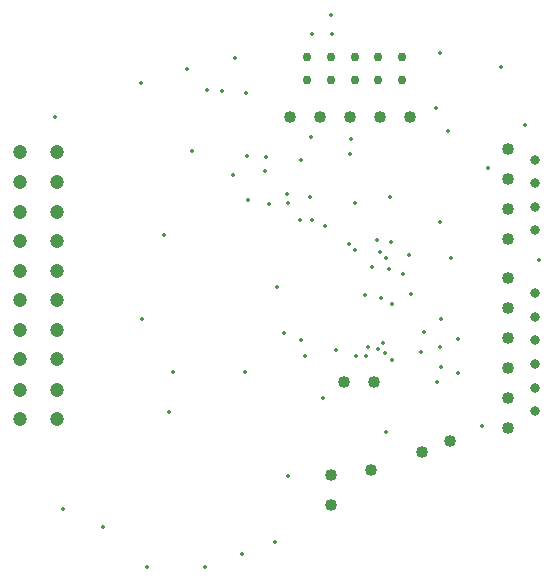
<source format=gbr>
%TF.GenerationSoftware,KiCad,Pcbnew,8.0.3*%
%TF.CreationDate,2024-06-29T02:25:26+02:00*%
%TF.ProjectId,io-16x-fused-fm,696f2d31-3678-42d6-9675-7365642d666d,rev?*%
%TF.SameCoordinates,Original*%
%TF.FileFunction,Plated,1,2,PTH,Drill*%
%TF.FilePolarity,Positive*%
%FSLAX46Y46*%
G04 Gerber Fmt 4.6, Leading zero omitted, Abs format (unit mm)*
G04 Created by KiCad (PCBNEW 8.0.3) date 2024-06-29 02:25:26*
%MOMM*%
%LPD*%
G01*
G04 APERTURE LIST*
%TA.AperFunction,ViaDrill*%
%ADD10C,0.350000*%
%TD*%
%TA.AperFunction,ComponentDrill*%
%ADD11C,0.750000*%
%TD*%
%TA.AperFunction,ComponentDrill*%
%ADD12C,0.800000*%
%TD*%
%TA.AperFunction,ComponentDrill*%
%ADD13C,1.016000*%
%TD*%
%TA.AperFunction,ComponentDrill*%
%ADD14C,1.200000*%
%TD*%
G04 APERTURE END LIST*
D10*
X129418400Y-90732050D03*
X130118400Y-123932050D03*
X133518400Y-125432050D03*
X136718400Y-87832050D03*
X136818400Y-107832050D03*
X137218400Y-128832050D03*
X138718400Y-100732050D03*
X139118400Y-115732050D03*
X139418400Y-112332050D03*
X140618400Y-86632050D03*
X141018400Y-93632050D03*
X142118400Y-128832050D03*
X142318400Y-88432050D03*
X143618400Y-88532050D03*
X144518400Y-95632050D03*
X144718400Y-85732050D03*
X145318400Y-127732050D03*
X145577287Y-112290938D03*
X145618400Y-88732050D03*
X145718400Y-94032050D03*
X145818400Y-97732050D03*
X147262765Y-95287685D03*
X147318400Y-94132050D03*
X147618400Y-98132050D03*
X148118400Y-126732050D03*
X148218400Y-105132050D03*
X148818400Y-109032050D03*
X149118400Y-97232050D03*
X149218400Y-98032050D03*
X149218400Y-121132050D03*
X150218400Y-99432050D03*
X150318400Y-94332050D03*
X150318400Y-109632050D03*
X150618400Y-110932050D03*
X151018400Y-97532050D03*
X151118400Y-92432050D03*
X151218400Y-83732050D03*
X151222881Y-99460250D03*
X152118400Y-114532050D03*
X152318400Y-99932050D03*
X152818400Y-82132050D03*
X152918400Y-83732050D03*
X153218400Y-110432050D03*
X154362000Y-101451932D03*
X154418400Y-93832050D03*
X154518400Y-92632050D03*
X154818400Y-102032050D03*
X154863200Y-98032050D03*
X154918400Y-110932050D03*
X155718400Y-105832050D03*
X155818400Y-110932050D03*
X155918400Y-110232050D03*
X156318400Y-103460250D03*
X156718400Y-101132050D03*
X156768400Y-110382050D03*
X156940200Y-102132050D03*
X157018400Y-106032050D03*
X157268400Y-109882050D03*
X157418400Y-110682050D03*
X157518400Y-102660250D03*
X157518400Y-117432050D03*
X157718400Y-103632050D03*
X157818400Y-97532050D03*
X157918400Y-101332050D03*
X157968400Y-111282050D03*
X158011756Y-106525407D03*
X158918400Y-104032050D03*
X159418400Y-102432050D03*
X159618400Y-105732050D03*
X160418400Y-110632050D03*
X160718400Y-108932050D03*
X161718400Y-89932050D03*
X161818400Y-113132050D03*
X162018400Y-85332050D03*
X162018400Y-99660250D03*
X162018400Y-110232050D03*
X162118400Y-107832050D03*
X162118400Y-111932050D03*
X162768400Y-91882050D03*
X163018400Y-102676850D03*
X163618400Y-109532050D03*
X163618400Y-112432050D03*
X165618400Y-116932050D03*
X166118400Y-95032050D03*
X167218400Y-86532050D03*
X169218400Y-91432050D03*
X170418400Y-102832050D03*
D11*
%TO.C,JP17*%
X150818400Y-85632050D03*
X150818400Y-87632050D03*
X152818400Y-85632050D03*
X152818400Y-87632050D03*
X154818400Y-85632050D03*
X154818400Y-87632050D03*
X156818400Y-85632050D03*
X156818400Y-87632050D03*
X158818400Y-85632050D03*
X158818400Y-87632050D03*
D12*
%TO.C,JP22*%
X170118400Y-94332050D03*
X170118400Y-96332050D03*
X170118400Y-98332050D03*
X170118400Y-100332050D03*
%TO.C,J1*%
X170118400Y-105632050D03*
X170118400Y-107632050D03*
X170118400Y-109632050D03*
X170118400Y-111632050D03*
X170118400Y-113632050D03*
X170118400Y-115632050D03*
D13*
%TO.C,JP2*%
X149338400Y-90732050D03*
X151878400Y-90732050D03*
%TO.C,JP24*%
X152818400Y-121062050D03*
X152818400Y-123602050D03*
%TO.C,JP21*%
X153948400Y-113132050D03*
%TO.C,JP2*%
X154418400Y-90732050D03*
%TO.C,PRGBTN2*%
X156218400Y-120632050D03*
%TO.C,JP21*%
X156488400Y-113132050D03*
%TO.C,JP2*%
X156958400Y-90732050D03*
X159498400Y-90732050D03*
%TO.C,JP18*%
X160524990Y-119066416D03*
X162911810Y-118197684D03*
%TO.C,JP23*%
X167818400Y-93422050D03*
X167818400Y-95962050D03*
X167818400Y-98502050D03*
X167818400Y-101042050D03*
%TO.C,JP1*%
X167818400Y-104382050D03*
X167818400Y-106922050D03*
X167818400Y-109462050D03*
X167818400Y-112002050D03*
X167818400Y-114542050D03*
X167818400Y-117082050D03*
D14*
%TO.C,J2*%
X126518400Y-93732050D03*
X126518400Y-96232050D03*
X126518400Y-98732050D03*
X126518400Y-101232050D03*
X126518400Y-103732050D03*
X126518400Y-106232050D03*
X126518400Y-108732050D03*
X126518400Y-111232050D03*
%TO.C,J3*%
X126518400Y-113832050D03*
X126518400Y-116332050D03*
%TO.C,J2*%
X129618400Y-93732050D03*
X129618400Y-96232050D03*
X129618400Y-98732050D03*
X129618400Y-101232050D03*
X129618400Y-103732050D03*
X129618400Y-106232050D03*
X129618400Y-108732050D03*
X129618400Y-111232050D03*
%TO.C,J3*%
X129618400Y-113832050D03*
X129618400Y-116332050D03*
M02*

</source>
